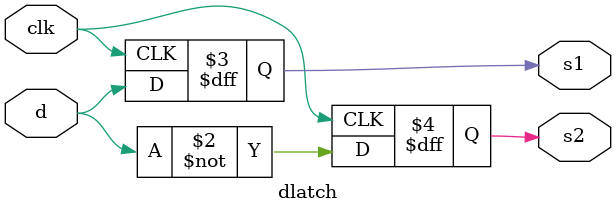
<source format=v>
`timescale 1ns / 1ps

module decay_counter(
	input clk,
	output [3:0]q, qb,
	output tc
    );
	 
	 wire [3:0]d;
	 wire s1,s2,s3,s4,s5,s6,s7;
	
	
	 
	 DFF d0(d[0], clk, q[0], qb[0]);
	 not n1(d[0], q[0]);
	 
	 DFF d1(d[1], clk, q[1], qb[1]);
	 and a1(s1, q[1], qb[0]);
	 and a2(s2, q[0], qb[1], qb[3]);
	 or o1(d[1], s1, s2);

	 DFF d2(d[2], clk, q[2], qb[2]);
	 and a3(s3, q[2], qb[2]);
	 and a4(s4, q[2], qb[0]);
	 and a5(s5, qb[2], q[1], q[0]);
	 or o2(d[2], s3, s4, s5);
	 
	 DFF d3(d[3], clk, q[3], qb[3]);
	 and a6(s6, q[3], qb[0]);
	 and a7(s7, q[3], qb[2], q[1], q[0]);
	 or o3(d[3], s6, s7);


endmodule

module DFF(
	input d, 
	input clk, 
	output q, 
	output qb
	);
	
	wire s1, s2;
	dlatch d1(d, clk, s1, s2);
	dlatch d2(d, clkb, q, qb);
	not n(clkb, clk);
	
endmodule

module dlatch(
	input d, 
	input clk,  
	output reg s1, 
	output reg s2
	);
	
	always @ (posedge clk)
      begin
		s1 <= d;
		s2 <= ~d;
		end
		
endmodule

</source>
